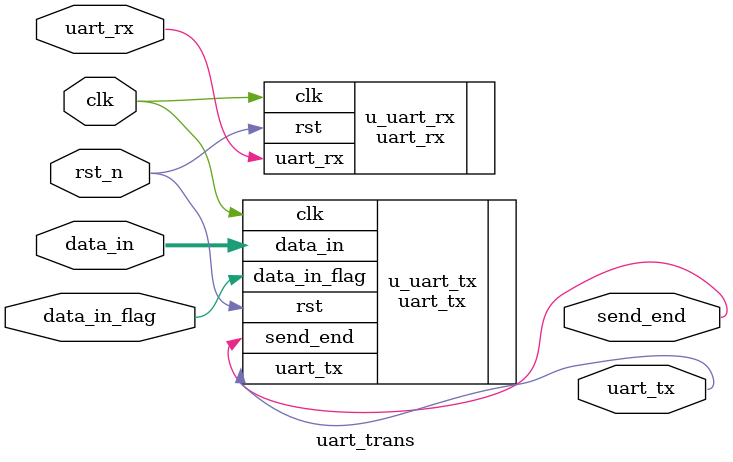
<source format=v>
/* =======================================================================
* Copyright (c) 2023, MongooseOrion.
* All rights reserved.
*
* The following code snippet may contain portions that are derived from
* OPEN-SOURCE communities, and these portions will be licensed with: 
*
* <NULL>
*
* If there is no OPEN-SOURCE licenses are listed, it indicates none of
* content in this Code document is sourced from OPEN-SOURCE communities. 
*
* In this case, the document is protected by copyright, and any use of
* all or part of its content by individuals, organizations, or companies
* without authorization is prohibited, unless the project repository
* associated with this document has added relevant OPEN-SOURCE licenses
* by github.com/MongooseOrion. 
*
* Please make sure using the content of this document in accordance with 
* the respective OPEN-SOURCE licenses. 
* 
* THIS CODE IS PROVIDED BY https://github.com/MongooseOrion. 
* FILE ENCODER TYPE: GBK
* ========================================================================
*/
// uart 数据输入输出模块
// 
module uart_trans(
    input               clk         ,   
    input               rst_n       ,   

    input               uart_rx     ,   
    output              uart_tx     , 
    output              send_end    ,  

    input               data_in_flag,
    input   [7:0]       data_in
);

uart_rx u_uart_rx(
    .clk                (clk            ),
    .rst                (rst_n          ),
    .uart_rx            (uart_rx        )
);

uart_tx u_uart_tx(
    .clk                (clk            ),
    .rst                (rst_n          ),
    .uart_tx            (uart_tx        ),
    .data_in            (data_in        ),
    .data_in_flag       (data_in_flag   ),
    .send_end           (send_end       )
);

endmodule
</source>
